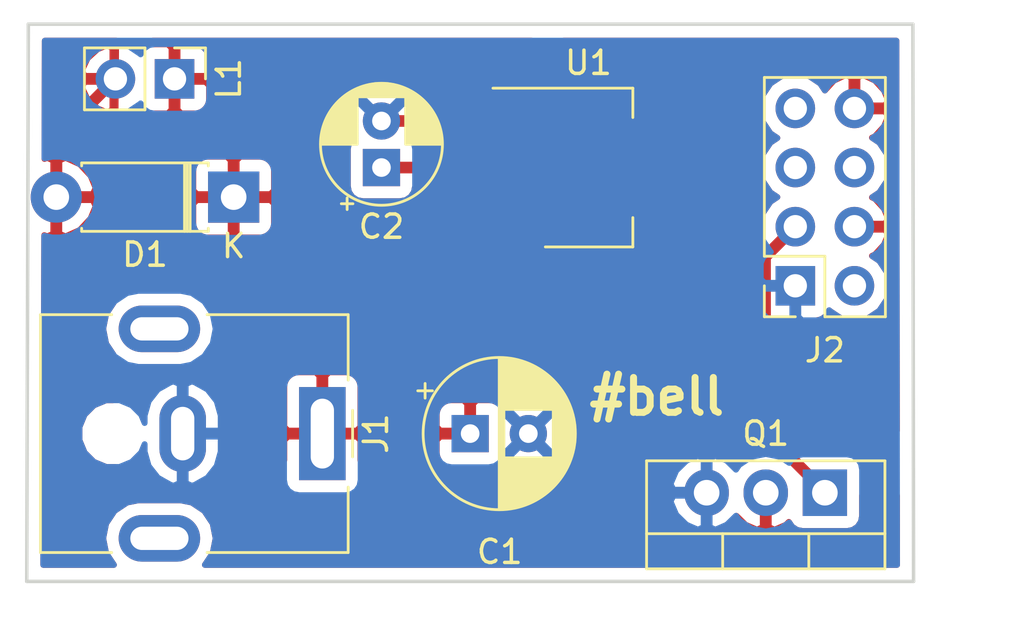
<source format=kicad_pcb>
(kicad_pcb (version 20171130) (host pcbnew 5.0.2-bee76a0~70~ubuntu18.04.1)

  (general
    (thickness 1.6)
    (drawings 5)
    (tracks 24)
    (zones 0)
    (modules 8)
    (nets 10)
  )

  (page A4)
  (layers
    (0 F.Cu signal)
    (31 B.Cu signal)
    (32 B.Adhes user)
    (33 F.Adhes user)
    (34 B.Paste user)
    (35 F.Paste user)
    (36 B.SilkS user)
    (37 F.SilkS user)
    (38 B.Mask user)
    (39 F.Mask user)
    (40 Dwgs.User user)
    (41 Cmts.User user)
    (42 Eco1.User user)
    (43 Eco2.User user)
    (44 Edge.Cuts user)
    (45 Margin user)
    (46 B.CrtYd user)
    (47 F.CrtYd user)
    (48 B.Fab user)
    (49 F.Fab user)
  )

  (setup
    (last_trace_width 0.5)
    (trace_clearance 0.2)
    (zone_clearance 0.508)
    (zone_45_only no)
    (trace_min 0.2)
    (segment_width 0.2)
    (edge_width 0.15)
    (via_size 0.8)
    (via_drill 0.4)
    (via_min_size 0.4)
    (via_min_drill 0.3)
    (uvia_size 0.3)
    (uvia_drill 0.1)
    (uvias_allowed no)
    (uvia_min_size 0.2)
    (uvia_min_drill 0.1)
    (pcb_text_width 0.3)
    (pcb_text_size 1.5 1.5)
    (mod_edge_width 0.15)
    (mod_text_size 1 1)
    (mod_text_width 0.15)
    (pad_size 1.524 1.524)
    (pad_drill 0.762)
    (pad_to_mask_clearance 0.051)
    (solder_mask_min_width 0.25)
    (aux_axis_origin 0 0)
    (visible_elements FFFFFF7F)
    (pcbplotparams
      (layerselection 0x010f0_ffffffff)
      (usegerberextensions true)
      (usegerberattributes false)
      (usegerberadvancedattributes false)
      (creategerberjobfile false)
      (excludeedgelayer true)
      (linewidth 0.100000)
      (plotframeref false)
      (viasonmask false)
      (mode 1)
      (useauxorigin false)
      (hpglpennumber 1)
      (hpglpenspeed 20)
      (hpglpendiameter 15.000000)
      (psnegative false)
      (psa4output false)
      (plotreference true)
      (plotvalue false)
      (plotinvisibletext false)
      (padsonsilk false)
      (subtractmaskfromsilk false)
      (outputformat 1)
      (mirror false)
      (drillshape 0)
      (scaleselection 1)
      (outputdirectory "gerbers/"))
  )

  (net 0 "")
  (net 1 "Net-(J2-Pad3)")
  (net 2 "Net-(J2-Pad2)")
  (net 3 "Net-(J2-Pad5)")
  (net 4 "Net-(J2-Pad6)")
  (net 5 "Net-(J2-Pad7)")
  (net 6 +3V3)
  (net 7 +12V)
  (net 8 "Net-(D1-Pad2)")
  (net 9 GND)

  (net_class Default "This is the default net class."
    (clearance 0.2)
    (trace_width 0.5)
    (via_dia 0.8)
    (via_drill 0.4)
    (uvia_dia 0.3)
    (uvia_drill 0.1)
    (add_net +12V)
    (add_net +3V3)
    (add_net GND)
    (add_net "Net-(D1-Pad2)")
    (add_net "Net-(J2-Pad2)")
    (add_net "Net-(J2-Pad3)")
    (add_net "Net-(J2-Pad5)")
    (add_net "Net-(J2-Pad6)")
    (add_net "Net-(J2-Pad7)")
  )

  (module Diode_THT:D_DO-41_SOD81_P7.62mm_Horizontal (layer F.Cu) (tedit 5AE50CD5) (tstamp 5C9D039C)
    (at 147.32 74.93 180)
    (descr "Diode, DO-41_SOD81 series, Axial, Horizontal, pin pitch=7.62mm, , length*diameter=5.2*2.7mm^2, , http://www.diodes.com/_files/packages/DO-41%20(Plastic).pdf")
    (tags "Diode DO-41_SOD81 series Axial Horizontal pin pitch 7.62mm  length 5.2mm diameter 2.7mm")
    (path /5C830709)
    (fp_text reference D1 (at 3.81 -2.47 180) (layer F.SilkS)
      (effects (font (size 1 1) (thickness 0.15)))
    )
    (fp_text value DIODE (at 3.81 2.47 180) (layer F.Fab)
      (effects (font (size 1 1) (thickness 0.15)))
    )
    (fp_text user K (at 0 -2.1 180) (layer F.SilkS)
      (effects (font (size 1 1) (thickness 0.15)))
    )
    (fp_text user K (at 0 -2.1 180) (layer F.Fab)
      (effects (font (size 1 1) (thickness 0.15)))
    )
    (fp_text user %R (at 4.2 0 180) (layer F.Fab)
      (effects (font (size 1 1) (thickness 0.15)))
    )
    (fp_line (start 8.97 -1.6) (end -1.35 -1.6) (layer F.CrtYd) (width 0.05))
    (fp_line (start 8.97 1.6) (end 8.97 -1.6) (layer F.CrtYd) (width 0.05))
    (fp_line (start -1.35 1.6) (end 8.97 1.6) (layer F.CrtYd) (width 0.05))
    (fp_line (start -1.35 -1.6) (end -1.35 1.6) (layer F.CrtYd) (width 0.05))
    (fp_line (start 1.87 -1.47) (end 1.87 1.47) (layer F.SilkS) (width 0.12))
    (fp_line (start 2.11 -1.47) (end 2.11 1.47) (layer F.SilkS) (width 0.12))
    (fp_line (start 1.99 -1.47) (end 1.99 1.47) (layer F.SilkS) (width 0.12))
    (fp_line (start 6.53 1.47) (end 6.53 1.34) (layer F.SilkS) (width 0.12))
    (fp_line (start 1.09 1.47) (end 6.53 1.47) (layer F.SilkS) (width 0.12))
    (fp_line (start 1.09 1.34) (end 1.09 1.47) (layer F.SilkS) (width 0.12))
    (fp_line (start 6.53 -1.47) (end 6.53 -1.34) (layer F.SilkS) (width 0.12))
    (fp_line (start 1.09 -1.47) (end 6.53 -1.47) (layer F.SilkS) (width 0.12))
    (fp_line (start 1.09 -1.34) (end 1.09 -1.47) (layer F.SilkS) (width 0.12))
    (fp_line (start 1.89 -1.35) (end 1.89 1.35) (layer F.Fab) (width 0.1))
    (fp_line (start 2.09 -1.35) (end 2.09 1.35) (layer F.Fab) (width 0.1))
    (fp_line (start 1.99 -1.35) (end 1.99 1.35) (layer F.Fab) (width 0.1))
    (fp_line (start 7.62 0) (end 6.41 0) (layer F.Fab) (width 0.1))
    (fp_line (start 0 0) (end 1.21 0) (layer F.Fab) (width 0.1))
    (fp_line (start 6.41 -1.35) (end 1.21 -1.35) (layer F.Fab) (width 0.1))
    (fp_line (start 6.41 1.35) (end 6.41 -1.35) (layer F.Fab) (width 0.1))
    (fp_line (start 1.21 1.35) (end 6.41 1.35) (layer F.Fab) (width 0.1))
    (fp_line (start 1.21 -1.35) (end 1.21 1.35) (layer F.Fab) (width 0.1))
    (pad 2 thru_hole oval (at 7.62 0 180) (size 2.2 2.2) (drill 1.1) (layers *.Cu *.Mask)
      (net 8 "Net-(D1-Pad2)"))
    (pad 1 thru_hole rect (at 0 0 180) (size 2.2 2.2) (drill 1.1) (layers *.Cu *.Mask)
      (net 7 +12V))
    (model ${KISYS3DMOD}/Diode_THT.3dshapes/D_DO-41_SOD81_P7.62mm_Horizontal.wrl
      (at (xyz 0 0 0))
      (scale (xyz 1 1 1))
      (rotate (xyz 0 0 0))
    )
  )

  (module Package_TO_SOT_SMD:SOT-223-3_TabPin2 (layer F.Cu) (tedit 5A02FF57) (tstamp 5C9C4EB9)
    (at 162.56 73.66)
    (descr "module CMS SOT223 4 pins")
    (tags "CMS SOT")
    (path /5C82EE63)
    (attr smd)
    (fp_text reference U1 (at 0 -4.5) (layer F.SilkS)
      (effects (font (size 1 1) (thickness 0.15)))
    )
    (fp_text value LD1117D33 (at 0 4.5) (layer F.Fab)
      (effects (font (size 1 1) (thickness 0.15)))
    )
    (fp_line (start 1.85 -3.35) (end 1.85 3.35) (layer F.Fab) (width 0.1))
    (fp_line (start -1.85 3.35) (end 1.85 3.35) (layer F.Fab) (width 0.1))
    (fp_line (start -4.1 -3.41) (end 1.91 -3.41) (layer F.SilkS) (width 0.12))
    (fp_line (start -0.85 -3.35) (end 1.85 -3.35) (layer F.Fab) (width 0.1))
    (fp_line (start -1.85 3.41) (end 1.91 3.41) (layer F.SilkS) (width 0.12))
    (fp_line (start -1.85 -2.35) (end -1.85 3.35) (layer F.Fab) (width 0.1))
    (fp_line (start -1.85 -2.35) (end -0.85 -3.35) (layer F.Fab) (width 0.1))
    (fp_line (start -4.4 -3.6) (end -4.4 3.6) (layer F.CrtYd) (width 0.05))
    (fp_line (start -4.4 3.6) (end 4.4 3.6) (layer F.CrtYd) (width 0.05))
    (fp_line (start 4.4 3.6) (end 4.4 -3.6) (layer F.CrtYd) (width 0.05))
    (fp_line (start 4.4 -3.6) (end -4.4 -3.6) (layer F.CrtYd) (width 0.05))
    (fp_line (start 1.91 -3.41) (end 1.91 -2.15) (layer F.SilkS) (width 0.12))
    (fp_line (start 1.91 3.41) (end 1.91 2.15) (layer F.SilkS) (width 0.12))
    (fp_text user %R (at 0 0 90) (layer F.Fab)
      (effects (font (size 0.8 0.8) (thickness 0.12)))
    )
    (pad 1 smd rect (at -3.15 -2.3) (size 2 1.5) (layers F.Cu F.Paste F.Mask)
      (net 9 GND))
    (pad 3 smd rect (at -3.15 2.3) (size 2 1.5) (layers F.Cu F.Paste F.Mask)
      (net 7 +12V))
    (pad 2 smd rect (at -3.15 0) (size 2 1.5) (layers F.Cu F.Paste F.Mask)
      (net 6 +3V3))
    (pad 2 smd rect (at 3.15 0) (size 2 3.8) (layers F.Cu F.Paste F.Mask)
      (net 6 +3V3))
    (model ${KISYS3DMOD}/Package_TO_SOT_SMD.3dshapes/SOT-223.wrl
      (at (xyz 0 0 0))
      (scale (xyz 1 1 1))
      (rotate (xyz 0 0 0))
    )
  )

  (module Connector_BarrelJack:BarrelJack_CUI_PJ-063AH_Horizontal (layer F.Cu) (tedit 5B0886BD) (tstamp 5C9C4F29)
    (at 151.13 85.09 270)
    (descr "Barrel Jack, 2.0mm ID, 5.5mm OD, 24V, 8A, no switch, https://www.cui.com/product/resource/pj-063ah.pdf")
    (tags "barrel jack cui dc power")
    (path /5C82E412)
    (fp_text reference J1 (at 0 -2.3 270) (layer F.SilkS)
      (effects (font (size 1 1) (thickness 0.15)))
    )
    (fp_text value Barrel_Jack (at 0 13 270) (layer F.Fab)
      (effects (font (size 1 1) (thickness 0.15)))
    )
    (fp_text user %R (at 0 5.5 270) (layer F.Fab)
      (effects (font (size 1 1) (thickness 0.15)))
    )
    (fp_line (start 6 -1.5) (end -6 -1.5) (layer F.CrtYd) (width 0.05))
    (fp_line (start 6 12.5) (end 6 -1.5) (layer F.CrtYd) (width 0.05))
    (fp_line (start -6 12.5) (end 6 12.5) (layer F.CrtYd) (width 0.05))
    (fp_line (start -6 -1.5) (end -6 12.5) (layer F.CrtYd) (width 0.05))
    (fp_line (start -1 -1.3) (end 1 -1.3) (layer F.SilkS) (width 0.12))
    (fp_line (start -5.11 12.11) (end -5.11 9.05) (layer F.SilkS) (width 0.12))
    (fp_line (start 5.11 12.11) (end -5.11 12.11) (layer F.SilkS) (width 0.12))
    (fp_line (start 5.11 9.05) (end 5.11 12.11) (layer F.SilkS) (width 0.12))
    (fp_line (start 5.11 -1.11) (end 5.11 4.95) (layer F.SilkS) (width 0.12))
    (fp_line (start 2.3 -1.11) (end 5.11 -1.11) (layer F.SilkS) (width 0.12))
    (fp_line (start -5.11 -1.11) (end -2.3 -1.11) (layer F.SilkS) (width 0.12))
    (fp_line (start -5.11 4.95) (end -5.11 -1.11) (layer F.SilkS) (width 0.12))
    (fp_line (start -5 12) (end -5 -1) (layer F.Fab) (width 0.1))
    (fp_line (start 5 12) (end -5 12) (layer F.Fab) (width 0.1))
    (fp_line (start 5 -1) (end 5 12) (layer F.Fab) (width 0.1))
    (fp_line (start 1 -1) (end 5 -1) (layer F.Fab) (width 0.1))
    (fp_line (start 0 0) (end 1 -1) (layer F.Fab) (width 0.1))
    (fp_line (start -1 -1) (end 0 0) (layer F.Fab) (width 0.1))
    (fp_line (start -5 -1) (end -1 -1) (layer F.Fab) (width 0.1))
    (pad "" np_thru_hole circle (at 0 9 270) (size 1.6 1.6) (drill 1.6) (layers *.Cu *.Mask))
    (pad MP thru_hole oval (at 4.5 7 270) (size 2 3.5) (drill oval 1 2.5) (layers *.Cu *.Mask))
    (pad MP thru_hole oval (at -4.5 7 270) (size 2 3.5) (drill oval 1 2.5) (layers *.Cu *.Mask))
    (pad 2 thru_hole oval (at 0 6 270) (size 3.3 2) (drill oval 2.3 1) (layers *.Cu *.Mask)
      (net 9 GND))
    (pad 1 thru_hole rect (at 0 0 270) (size 4 2) (drill oval 3 1) (layers *.Cu *.Mask)
      (net 7 +12V))
    (model ${KISYS3DMOD}/Connector_BarrelJack.3dshapes/BarrelJack_CUI_PJ-063AH_Horizontal.wrl
      (at (xyz 0 0 0))
      (scale (xyz 1 1 1))
      (rotate (xyz 0 0 0))
    )
  )

  (module Capacitor_THT:CP_Radial_D5.0mm_P2.00mm (layer F.Cu) (tedit 5AE50EF0) (tstamp 5C9C5040)
    (at 153.67 73.66 90)
    (descr "CP, Radial series, Radial, pin pitch=2.00mm, , diameter=5mm, Electrolytic Capacitor")
    (tags "CP Radial series Radial pin pitch 2.00mm  diameter 5mm Electrolytic Capacitor")
    (path /5C82E5BF)
    (fp_text reference C2 (at -2.54 0) (layer F.SilkS)
      (effects (font (size 1 1) (thickness 0.15)))
    )
    (fp_text value 10uf (at 5.08 0) (layer F.Fab)
      (effects (font (size 1 1) (thickness 0.15)))
    )
    (fp_text user %R (at 1 0 90) (layer F.Fab)
      (effects (font (size 1 1) (thickness 0.15)))
    )
    (fp_line (start -1.554775 -1.725) (end -1.554775 -1.225) (layer F.SilkS) (width 0.12))
    (fp_line (start -1.804775 -1.475) (end -1.304775 -1.475) (layer F.SilkS) (width 0.12))
    (fp_line (start 3.601 -0.284) (end 3.601 0.284) (layer F.SilkS) (width 0.12))
    (fp_line (start 3.561 -0.518) (end 3.561 0.518) (layer F.SilkS) (width 0.12))
    (fp_line (start 3.521 -0.677) (end 3.521 0.677) (layer F.SilkS) (width 0.12))
    (fp_line (start 3.481 -0.805) (end 3.481 0.805) (layer F.SilkS) (width 0.12))
    (fp_line (start 3.441 -0.915) (end 3.441 0.915) (layer F.SilkS) (width 0.12))
    (fp_line (start 3.401 -1.011) (end 3.401 1.011) (layer F.SilkS) (width 0.12))
    (fp_line (start 3.361 -1.098) (end 3.361 1.098) (layer F.SilkS) (width 0.12))
    (fp_line (start 3.321 -1.178) (end 3.321 1.178) (layer F.SilkS) (width 0.12))
    (fp_line (start 3.281 -1.251) (end 3.281 1.251) (layer F.SilkS) (width 0.12))
    (fp_line (start 3.241 -1.319) (end 3.241 1.319) (layer F.SilkS) (width 0.12))
    (fp_line (start 3.201 -1.383) (end 3.201 1.383) (layer F.SilkS) (width 0.12))
    (fp_line (start 3.161 -1.443) (end 3.161 1.443) (layer F.SilkS) (width 0.12))
    (fp_line (start 3.121 -1.5) (end 3.121 1.5) (layer F.SilkS) (width 0.12))
    (fp_line (start 3.081 -1.554) (end 3.081 1.554) (layer F.SilkS) (width 0.12))
    (fp_line (start 3.041 -1.605) (end 3.041 1.605) (layer F.SilkS) (width 0.12))
    (fp_line (start 3.001 1.04) (end 3.001 1.653) (layer F.SilkS) (width 0.12))
    (fp_line (start 3.001 -1.653) (end 3.001 -1.04) (layer F.SilkS) (width 0.12))
    (fp_line (start 2.961 1.04) (end 2.961 1.699) (layer F.SilkS) (width 0.12))
    (fp_line (start 2.961 -1.699) (end 2.961 -1.04) (layer F.SilkS) (width 0.12))
    (fp_line (start 2.921 1.04) (end 2.921 1.743) (layer F.SilkS) (width 0.12))
    (fp_line (start 2.921 -1.743) (end 2.921 -1.04) (layer F.SilkS) (width 0.12))
    (fp_line (start 2.881 1.04) (end 2.881 1.785) (layer F.SilkS) (width 0.12))
    (fp_line (start 2.881 -1.785) (end 2.881 -1.04) (layer F.SilkS) (width 0.12))
    (fp_line (start 2.841 1.04) (end 2.841 1.826) (layer F.SilkS) (width 0.12))
    (fp_line (start 2.841 -1.826) (end 2.841 -1.04) (layer F.SilkS) (width 0.12))
    (fp_line (start 2.801 1.04) (end 2.801 1.864) (layer F.SilkS) (width 0.12))
    (fp_line (start 2.801 -1.864) (end 2.801 -1.04) (layer F.SilkS) (width 0.12))
    (fp_line (start 2.761 1.04) (end 2.761 1.901) (layer F.SilkS) (width 0.12))
    (fp_line (start 2.761 -1.901) (end 2.761 -1.04) (layer F.SilkS) (width 0.12))
    (fp_line (start 2.721 1.04) (end 2.721 1.937) (layer F.SilkS) (width 0.12))
    (fp_line (start 2.721 -1.937) (end 2.721 -1.04) (layer F.SilkS) (width 0.12))
    (fp_line (start 2.681 1.04) (end 2.681 1.971) (layer F.SilkS) (width 0.12))
    (fp_line (start 2.681 -1.971) (end 2.681 -1.04) (layer F.SilkS) (width 0.12))
    (fp_line (start 2.641 1.04) (end 2.641 2.004) (layer F.SilkS) (width 0.12))
    (fp_line (start 2.641 -2.004) (end 2.641 -1.04) (layer F.SilkS) (width 0.12))
    (fp_line (start 2.601 1.04) (end 2.601 2.035) (layer F.SilkS) (width 0.12))
    (fp_line (start 2.601 -2.035) (end 2.601 -1.04) (layer F.SilkS) (width 0.12))
    (fp_line (start 2.561 1.04) (end 2.561 2.065) (layer F.SilkS) (width 0.12))
    (fp_line (start 2.561 -2.065) (end 2.561 -1.04) (layer F.SilkS) (width 0.12))
    (fp_line (start 2.521 1.04) (end 2.521 2.095) (layer F.SilkS) (width 0.12))
    (fp_line (start 2.521 -2.095) (end 2.521 -1.04) (layer F.SilkS) (width 0.12))
    (fp_line (start 2.481 1.04) (end 2.481 2.122) (layer F.SilkS) (width 0.12))
    (fp_line (start 2.481 -2.122) (end 2.481 -1.04) (layer F.SilkS) (width 0.12))
    (fp_line (start 2.441 1.04) (end 2.441 2.149) (layer F.SilkS) (width 0.12))
    (fp_line (start 2.441 -2.149) (end 2.441 -1.04) (layer F.SilkS) (width 0.12))
    (fp_line (start 2.401 1.04) (end 2.401 2.175) (layer F.SilkS) (width 0.12))
    (fp_line (start 2.401 -2.175) (end 2.401 -1.04) (layer F.SilkS) (width 0.12))
    (fp_line (start 2.361 1.04) (end 2.361 2.2) (layer F.SilkS) (width 0.12))
    (fp_line (start 2.361 -2.2) (end 2.361 -1.04) (layer F.SilkS) (width 0.12))
    (fp_line (start 2.321 1.04) (end 2.321 2.224) (layer F.SilkS) (width 0.12))
    (fp_line (start 2.321 -2.224) (end 2.321 -1.04) (layer F.SilkS) (width 0.12))
    (fp_line (start 2.281 1.04) (end 2.281 2.247) (layer F.SilkS) (width 0.12))
    (fp_line (start 2.281 -2.247) (end 2.281 -1.04) (layer F.SilkS) (width 0.12))
    (fp_line (start 2.241 1.04) (end 2.241 2.268) (layer F.SilkS) (width 0.12))
    (fp_line (start 2.241 -2.268) (end 2.241 -1.04) (layer F.SilkS) (width 0.12))
    (fp_line (start 2.201 1.04) (end 2.201 2.29) (layer F.SilkS) (width 0.12))
    (fp_line (start 2.201 -2.29) (end 2.201 -1.04) (layer F.SilkS) (width 0.12))
    (fp_line (start 2.161 1.04) (end 2.161 2.31) (layer F.SilkS) (width 0.12))
    (fp_line (start 2.161 -2.31) (end 2.161 -1.04) (layer F.SilkS) (width 0.12))
    (fp_line (start 2.121 1.04) (end 2.121 2.329) (layer F.SilkS) (width 0.12))
    (fp_line (start 2.121 -2.329) (end 2.121 -1.04) (layer F.SilkS) (width 0.12))
    (fp_line (start 2.081 1.04) (end 2.081 2.348) (layer F.SilkS) (width 0.12))
    (fp_line (start 2.081 -2.348) (end 2.081 -1.04) (layer F.SilkS) (width 0.12))
    (fp_line (start 2.041 1.04) (end 2.041 2.365) (layer F.SilkS) (width 0.12))
    (fp_line (start 2.041 -2.365) (end 2.041 -1.04) (layer F.SilkS) (width 0.12))
    (fp_line (start 2.001 1.04) (end 2.001 2.382) (layer F.SilkS) (width 0.12))
    (fp_line (start 2.001 -2.382) (end 2.001 -1.04) (layer F.SilkS) (width 0.12))
    (fp_line (start 1.961 1.04) (end 1.961 2.398) (layer F.SilkS) (width 0.12))
    (fp_line (start 1.961 -2.398) (end 1.961 -1.04) (layer F.SilkS) (width 0.12))
    (fp_line (start 1.921 1.04) (end 1.921 2.414) (layer F.SilkS) (width 0.12))
    (fp_line (start 1.921 -2.414) (end 1.921 -1.04) (layer F.SilkS) (width 0.12))
    (fp_line (start 1.881 1.04) (end 1.881 2.428) (layer F.SilkS) (width 0.12))
    (fp_line (start 1.881 -2.428) (end 1.881 -1.04) (layer F.SilkS) (width 0.12))
    (fp_line (start 1.841 1.04) (end 1.841 2.442) (layer F.SilkS) (width 0.12))
    (fp_line (start 1.841 -2.442) (end 1.841 -1.04) (layer F.SilkS) (width 0.12))
    (fp_line (start 1.801 1.04) (end 1.801 2.455) (layer F.SilkS) (width 0.12))
    (fp_line (start 1.801 -2.455) (end 1.801 -1.04) (layer F.SilkS) (width 0.12))
    (fp_line (start 1.761 1.04) (end 1.761 2.468) (layer F.SilkS) (width 0.12))
    (fp_line (start 1.761 -2.468) (end 1.761 -1.04) (layer F.SilkS) (width 0.12))
    (fp_line (start 1.721 1.04) (end 1.721 2.48) (layer F.SilkS) (width 0.12))
    (fp_line (start 1.721 -2.48) (end 1.721 -1.04) (layer F.SilkS) (width 0.12))
    (fp_line (start 1.68 1.04) (end 1.68 2.491) (layer F.SilkS) (width 0.12))
    (fp_line (start 1.68 -2.491) (end 1.68 -1.04) (layer F.SilkS) (width 0.12))
    (fp_line (start 1.64 1.04) (end 1.64 2.501) (layer F.SilkS) (width 0.12))
    (fp_line (start 1.64 -2.501) (end 1.64 -1.04) (layer F.SilkS) (width 0.12))
    (fp_line (start 1.6 1.04) (end 1.6 2.511) (layer F.SilkS) (width 0.12))
    (fp_line (start 1.6 -2.511) (end 1.6 -1.04) (layer F.SilkS) (width 0.12))
    (fp_line (start 1.56 1.04) (end 1.56 2.52) (layer F.SilkS) (width 0.12))
    (fp_line (start 1.56 -2.52) (end 1.56 -1.04) (layer F.SilkS) (width 0.12))
    (fp_line (start 1.52 1.04) (end 1.52 2.528) (layer F.SilkS) (width 0.12))
    (fp_line (start 1.52 -2.528) (end 1.52 -1.04) (layer F.SilkS) (width 0.12))
    (fp_line (start 1.48 1.04) (end 1.48 2.536) (layer F.SilkS) (width 0.12))
    (fp_line (start 1.48 -2.536) (end 1.48 -1.04) (layer F.SilkS) (width 0.12))
    (fp_line (start 1.44 1.04) (end 1.44 2.543) (layer F.SilkS) (width 0.12))
    (fp_line (start 1.44 -2.543) (end 1.44 -1.04) (layer F.SilkS) (width 0.12))
    (fp_line (start 1.4 1.04) (end 1.4 2.55) (layer F.SilkS) (width 0.12))
    (fp_line (start 1.4 -2.55) (end 1.4 -1.04) (layer F.SilkS) (width 0.12))
    (fp_line (start 1.36 1.04) (end 1.36 2.556) (layer F.SilkS) (width 0.12))
    (fp_line (start 1.36 -2.556) (end 1.36 -1.04) (layer F.SilkS) (width 0.12))
    (fp_line (start 1.32 1.04) (end 1.32 2.561) (layer F.SilkS) (width 0.12))
    (fp_line (start 1.32 -2.561) (end 1.32 -1.04) (layer F.SilkS) (width 0.12))
    (fp_line (start 1.28 1.04) (end 1.28 2.565) (layer F.SilkS) (width 0.12))
    (fp_line (start 1.28 -2.565) (end 1.28 -1.04) (layer F.SilkS) (width 0.12))
    (fp_line (start 1.24 1.04) (end 1.24 2.569) (layer F.SilkS) (width 0.12))
    (fp_line (start 1.24 -2.569) (end 1.24 -1.04) (layer F.SilkS) (width 0.12))
    (fp_line (start 1.2 1.04) (end 1.2 2.573) (layer F.SilkS) (width 0.12))
    (fp_line (start 1.2 -2.573) (end 1.2 -1.04) (layer F.SilkS) (width 0.12))
    (fp_line (start 1.16 1.04) (end 1.16 2.576) (layer F.SilkS) (width 0.12))
    (fp_line (start 1.16 -2.576) (end 1.16 -1.04) (layer F.SilkS) (width 0.12))
    (fp_line (start 1.12 1.04) (end 1.12 2.578) (layer F.SilkS) (width 0.12))
    (fp_line (start 1.12 -2.578) (end 1.12 -1.04) (layer F.SilkS) (width 0.12))
    (fp_line (start 1.08 1.04) (end 1.08 2.579) (layer F.SilkS) (width 0.12))
    (fp_line (start 1.08 -2.579) (end 1.08 -1.04) (layer F.SilkS) (width 0.12))
    (fp_line (start 1.04 -2.58) (end 1.04 -1.04) (layer F.SilkS) (width 0.12))
    (fp_line (start 1.04 1.04) (end 1.04 2.58) (layer F.SilkS) (width 0.12))
    (fp_line (start 1 -2.58) (end 1 -1.04) (layer F.SilkS) (width 0.12))
    (fp_line (start 1 1.04) (end 1 2.58) (layer F.SilkS) (width 0.12))
    (fp_line (start -0.883605 -1.3375) (end -0.883605 -0.8375) (layer F.Fab) (width 0.1))
    (fp_line (start -1.133605 -1.0875) (end -0.633605 -1.0875) (layer F.Fab) (width 0.1))
    (fp_circle (center 1 0) (end 3.75 0) (layer F.CrtYd) (width 0.05))
    (fp_circle (center 1 0) (end 3.62 0) (layer F.SilkS) (width 0.12))
    (fp_circle (center 1 0) (end 3.5 0) (layer F.Fab) (width 0.1))
    (pad 2 thru_hole circle (at 2 0 90) (size 1.6 1.6) (drill 0.8) (layers *.Cu *.Mask)
      (net 9 GND))
    (pad 1 thru_hole rect (at 0 0 90) (size 1.6 1.6) (drill 0.8) (layers *.Cu *.Mask)
      (net 6 +3V3))
    (model ${KISYS3DMOD}/Capacitor_THT.3dshapes/CP_Radial_D5.0mm_P2.00mm.wrl
      (at (xyz 0 0 0))
      (scale (xyz 1 1 1))
      (rotate (xyz 0 0 0))
    )
  )

  (module Capacitor_THT:CP_Radial_D6.3mm_P2.50mm (layer F.Cu) (tedit 5AE50EF0) (tstamp 5C9C4FBD)
    (at 157.48 85.09)
    (descr "CP, Radial series, Radial, pin pitch=2.50mm, , diameter=6.3mm, Electrolytic Capacitor")
    (tags "CP Radial series Radial pin pitch 2.50mm  diameter 6.3mm Electrolytic Capacitor")
    (path /5C82E569)
    (fp_text reference C1 (at 1.27 5.08) (layer F.SilkS)
      (effects (font (size 1 1) (thickness 0.15)))
    )
    (fp_text value 100uF (at 1.27 6.35) (layer F.Fab)
      (effects (font (size 1 1) (thickness 0.15)))
    )
    (fp_text user %R (at 1.25 0) (layer F.Fab)
      (effects (font (size 1 1) (thickness 0.15)))
    )
    (fp_line (start -1.935241 -2.154) (end -1.935241 -1.524) (layer F.SilkS) (width 0.12))
    (fp_line (start -2.250241 -1.839) (end -1.620241 -1.839) (layer F.SilkS) (width 0.12))
    (fp_line (start 4.491 -0.402) (end 4.491 0.402) (layer F.SilkS) (width 0.12))
    (fp_line (start 4.451 -0.633) (end 4.451 0.633) (layer F.SilkS) (width 0.12))
    (fp_line (start 4.411 -0.802) (end 4.411 0.802) (layer F.SilkS) (width 0.12))
    (fp_line (start 4.371 -0.94) (end 4.371 0.94) (layer F.SilkS) (width 0.12))
    (fp_line (start 4.331 -1.059) (end 4.331 1.059) (layer F.SilkS) (width 0.12))
    (fp_line (start 4.291 -1.165) (end 4.291 1.165) (layer F.SilkS) (width 0.12))
    (fp_line (start 4.251 -1.262) (end 4.251 1.262) (layer F.SilkS) (width 0.12))
    (fp_line (start 4.211 -1.35) (end 4.211 1.35) (layer F.SilkS) (width 0.12))
    (fp_line (start 4.171 -1.432) (end 4.171 1.432) (layer F.SilkS) (width 0.12))
    (fp_line (start 4.131 -1.509) (end 4.131 1.509) (layer F.SilkS) (width 0.12))
    (fp_line (start 4.091 -1.581) (end 4.091 1.581) (layer F.SilkS) (width 0.12))
    (fp_line (start 4.051 -1.65) (end 4.051 1.65) (layer F.SilkS) (width 0.12))
    (fp_line (start 4.011 -1.714) (end 4.011 1.714) (layer F.SilkS) (width 0.12))
    (fp_line (start 3.971 -1.776) (end 3.971 1.776) (layer F.SilkS) (width 0.12))
    (fp_line (start 3.931 -1.834) (end 3.931 1.834) (layer F.SilkS) (width 0.12))
    (fp_line (start 3.891 -1.89) (end 3.891 1.89) (layer F.SilkS) (width 0.12))
    (fp_line (start 3.851 -1.944) (end 3.851 1.944) (layer F.SilkS) (width 0.12))
    (fp_line (start 3.811 -1.995) (end 3.811 1.995) (layer F.SilkS) (width 0.12))
    (fp_line (start 3.771 -2.044) (end 3.771 2.044) (layer F.SilkS) (width 0.12))
    (fp_line (start 3.731 -2.092) (end 3.731 2.092) (layer F.SilkS) (width 0.12))
    (fp_line (start 3.691 -2.137) (end 3.691 2.137) (layer F.SilkS) (width 0.12))
    (fp_line (start 3.651 -2.182) (end 3.651 2.182) (layer F.SilkS) (width 0.12))
    (fp_line (start 3.611 -2.224) (end 3.611 2.224) (layer F.SilkS) (width 0.12))
    (fp_line (start 3.571 -2.265) (end 3.571 2.265) (layer F.SilkS) (width 0.12))
    (fp_line (start 3.531 1.04) (end 3.531 2.305) (layer F.SilkS) (width 0.12))
    (fp_line (start 3.531 -2.305) (end 3.531 -1.04) (layer F.SilkS) (width 0.12))
    (fp_line (start 3.491 1.04) (end 3.491 2.343) (layer F.SilkS) (width 0.12))
    (fp_line (start 3.491 -2.343) (end 3.491 -1.04) (layer F.SilkS) (width 0.12))
    (fp_line (start 3.451 1.04) (end 3.451 2.38) (layer F.SilkS) (width 0.12))
    (fp_line (start 3.451 -2.38) (end 3.451 -1.04) (layer F.SilkS) (width 0.12))
    (fp_line (start 3.411 1.04) (end 3.411 2.416) (layer F.SilkS) (width 0.12))
    (fp_line (start 3.411 -2.416) (end 3.411 -1.04) (layer F.SilkS) (width 0.12))
    (fp_line (start 3.371 1.04) (end 3.371 2.45) (layer F.SilkS) (width 0.12))
    (fp_line (start 3.371 -2.45) (end 3.371 -1.04) (layer F.SilkS) (width 0.12))
    (fp_line (start 3.331 1.04) (end 3.331 2.484) (layer F.SilkS) (width 0.12))
    (fp_line (start 3.331 -2.484) (end 3.331 -1.04) (layer F.SilkS) (width 0.12))
    (fp_line (start 3.291 1.04) (end 3.291 2.516) (layer F.SilkS) (width 0.12))
    (fp_line (start 3.291 -2.516) (end 3.291 -1.04) (layer F.SilkS) (width 0.12))
    (fp_line (start 3.251 1.04) (end 3.251 2.548) (layer F.SilkS) (width 0.12))
    (fp_line (start 3.251 -2.548) (end 3.251 -1.04) (layer F.SilkS) (width 0.12))
    (fp_line (start 3.211 1.04) (end 3.211 2.578) (layer F.SilkS) (width 0.12))
    (fp_line (start 3.211 -2.578) (end 3.211 -1.04) (layer F.SilkS) (width 0.12))
    (fp_line (start 3.171 1.04) (end 3.171 2.607) (layer F.SilkS) (width 0.12))
    (fp_line (start 3.171 -2.607) (end 3.171 -1.04) (layer F.SilkS) (width 0.12))
    (fp_line (start 3.131 1.04) (end 3.131 2.636) (layer F.SilkS) (width 0.12))
    (fp_line (start 3.131 -2.636) (end 3.131 -1.04) (layer F.SilkS) (width 0.12))
    (fp_line (start 3.091 1.04) (end 3.091 2.664) (layer F.SilkS) (width 0.12))
    (fp_line (start 3.091 -2.664) (end 3.091 -1.04) (layer F.SilkS) (width 0.12))
    (fp_line (start 3.051 1.04) (end 3.051 2.69) (layer F.SilkS) (width 0.12))
    (fp_line (start 3.051 -2.69) (end 3.051 -1.04) (layer F.SilkS) (width 0.12))
    (fp_line (start 3.011 1.04) (end 3.011 2.716) (layer F.SilkS) (width 0.12))
    (fp_line (start 3.011 -2.716) (end 3.011 -1.04) (layer F.SilkS) (width 0.12))
    (fp_line (start 2.971 1.04) (end 2.971 2.742) (layer F.SilkS) (width 0.12))
    (fp_line (start 2.971 -2.742) (end 2.971 -1.04) (layer F.SilkS) (width 0.12))
    (fp_line (start 2.931 1.04) (end 2.931 2.766) (layer F.SilkS) (width 0.12))
    (fp_line (start 2.931 -2.766) (end 2.931 -1.04) (layer F.SilkS) (width 0.12))
    (fp_line (start 2.891 1.04) (end 2.891 2.79) (layer F.SilkS) (width 0.12))
    (fp_line (start 2.891 -2.79) (end 2.891 -1.04) (layer F.SilkS) (width 0.12))
    (fp_line (start 2.851 1.04) (end 2.851 2.812) (layer F.SilkS) (width 0.12))
    (fp_line (start 2.851 -2.812) (end 2.851 -1.04) (layer F.SilkS) (width 0.12))
    (fp_line (start 2.811 1.04) (end 2.811 2.834) (layer F.SilkS) (width 0.12))
    (fp_line (start 2.811 -2.834) (end 2.811 -1.04) (layer F.SilkS) (width 0.12))
    (fp_line (start 2.771 1.04) (end 2.771 2.856) (layer F.SilkS) (width 0.12))
    (fp_line (start 2.771 -2.856) (end 2.771 -1.04) (layer F.SilkS) (width 0.12))
    (fp_line (start 2.731 1.04) (end 2.731 2.876) (layer F.SilkS) (width 0.12))
    (fp_line (start 2.731 -2.876) (end 2.731 -1.04) (layer F.SilkS) (width 0.12))
    (fp_line (start 2.691 1.04) (end 2.691 2.896) (layer F.SilkS) (width 0.12))
    (fp_line (start 2.691 -2.896) (end 2.691 -1.04) (layer F.SilkS) (width 0.12))
    (fp_line (start 2.651 1.04) (end 2.651 2.916) (layer F.SilkS) (width 0.12))
    (fp_line (start 2.651 -2.916) (end 2.651 -1.04) (layer F.SilkS) (width 0.12))
    (fp_line (start 2.611 1.04) (end 2.611 2.934) (layer F.SilkS) (width 0.12))
    (fp_line (start 2.611 -2.934) (end 2.611 -1.04) (layer F.SilkS) (width 0.12))
    (fp_line (start 2.571 1.04) (end 2.571 2.952) (layer F.SilkS) (width 0.12))
    (fp_line (start 2.571 -2.952) (end 2.571 -1.04) (layer F.SilkS) (width 0.12))
    (fp_line (start 2.531 1.04) (end 2.531 2.97) (layer F.SilkS) (width 0.12))
    (fp_line (start 2.531 -2.97) (end 2.531 -1.04) (layer F.SilkS) (width 0.12))
    (fp_line (start 2.491 1.04) (end 2.491 2.986) (layer F.SilkS) (width 0.12))
    (fp_line (start 2.491 -2.986) (end 2.491 -1.04) (layer F.SilkS) (width 0.12))
    (fp_line (start 2.451 1.04) (end 2.451 3.002) (layer F.SilkS) (width 0.12))
    (fp_line (start 2.451 -3.002) (end 2.451 -1.04) (layer F.SilkS) (width 0.12))
    (fp_line (start 2.411 1.04) (end 2.411 3.018) (layer F.SilkS) (width 0.12))
    (fp_line (start 2.411 -3.018) (end 2.411 -1.04) (layer F.SilkS) (width 0.12))
    (fp_line (start 2.371 1.04) (end 2.371 3.033) (layer F.SilkS) (width 0.12))
    (fp_line (start 2.371 -3.033) (end 2.371 -1.04) (layer F.SilkS) (width 0.12))
    (fp_line (start 2.331 1.04) (end 2.331 3.047) (layer F.SilkS) (width 0.12))
    (fp_line (start 2.331 -3.047) (end 2.331 -1.04) (layer F.SilkS) (width 0.12))
    (fp_line (start 2.291 1.04) (end 2.291 3.061) (layer F.SilkS) (width 0.12))
    (fp_line (start 2.291 -3.061) (end 2.291 -1.04) (layer F.SilkS) (width 0.12))
    (fp_line (start 2.251 1.04) (end 2.251 3.074) (layer F.SilkS) (width 0.12))
    (fp_line (start 2.251 -3.074) (end 2.251 -1.04) (layer F.SilkS) (width 0.12))
    (fp_line (start 2.211 1.04) (end 2.211 3.086) (layer F.SilkS) (width 0.12))
    (fp_line (start 2.211 -3.086) (end 2.211 -1.04) (layer F.SilkS) (width 0.12))
    (fp_line (start 2.171 1.04) (end 2.171 3.098) (layer F.SilkS) (width 0.12))
    (fp_line (start 2.171 -3.098) (end 2.171 -1.04) (layer F.SilkS) (width 0.12))
    (fp_line (start 2.131 1.04) (end 2.131 3.11) (layer F.SilkS) (width 0.12))
    (fp_line (start 2.131 -3.11) (end 2.131 -1.04) (layer F.SilkS) (width 0.12))
    (fp_line (start 2.091 1.04) (end 2.091 3.121) (layer F.SilkS) (width 0.12))
    (fp_line (start 2.091 -3.121) (end 2.091 -1.04) (layer F.SilkS) (width 0.12))
    (fp_line (start 2.051 1.04) (end 2.051 3.131) (layer F.SilkS) (width 0.12))
    (fp_line (start 2.051 -3.131) (end 2.051 -1.04) (layer F.SilkS) (width 0.12))
    (fp_line (start 2.011 1.04) (end 2.011 3.141) (layer F.SilkS) (width 0.12))
    (fp_line (start 2.011 -3.141) (end 2.011 -1.04) (layer F.SilkS) (width 0.12))
    (fp_line (start 1.971 1.04) (end 1.971 3.15) (layer F.SilkS) (width 0.12))
    (fp_line (start 1.971 -3.15) (end 1.971 -1.04) (layer F.SilkS) (width 0.12))
    (fp_line (start 1.93 1.04) (end 1.93 3.159) (layer F.SilkS) (width 0.12))
    (fp_line (start 1.93 -3.159) (end 1.93 -1.04) (layer F.SilkS) (width 0.12))
    (fp_line (start 1.89 1.04) (end 1.89 3.167) (layer F.SilkS) (width 0.12))
    (fp_line (start 1.89 -3.167) (end 1.89 -1.04) (layer F.SilkS) (width 0.12))
    (fp_line (start 1.85 1.04) (end 1.85 3.175) (layer F.SilkS) (width 0.12))
    (fp_line (start 1.85 -3.175) (end 1.85 -1.04) (layer F.SilkS) (width 0.12))
    (fp_line (start 1.81 1.04) (end 1.81 3.182) (layer F.SilkS) (width 0.12))
    (fp_line (start 1.81 -3.182) (end 1.81 -1.04) (layer F.SilkS) (width 0.12))
    (fp_line (start 1.77 1.04) (end 1.77 3.189) (layer F.SilkS) (width 0.12))
    (fp_line (start 1.77 -3.189) (end 1.77 -1.04) (layer F.SilkS) (width 0.12))
    (fp_line (start 1.73 1.04) (end 1.73 3.195) (layer F.SilkS) (width 0.12))
    (fp_line (start 1.73 -3.195) (end 1.73 -1.04) (layer F.SilkS) (width 0.12))
    (fp_line (start 1.69 1.04) (end 1.69 3.201) (layer F.SilkS) (width 0.12))
    (fp_line (start 1.69 -3.201) (end 1.69 -1.04) (layer F.SilkS) (width 0.12))
    (fp_line (start 1.65 1.04) (end 1.65 3.206) (layer F.SilkS) (width 0.12))
    (fp_line (start 1.65 -3.206) (end 1.65 -1.04) (layer F.SilkS) (width 0.12))
    (fp_line (start 1.61 1.04) (end 1.61 3.211) (layer F.SilkS) (width 0.12))
    (fp_line (start 1.61 -3.211) (end 1.61 -1.04) (layer F.SilkS) (width 0.12))
    (fp_line (start 1.57 1.04) (end 1.57 3.215) (layer F.SilkS) (width 0.12))
    (fp_line (start 1.57 -3.215) (end 1.57 -1.04) (layer F.SilkS) (width 0.12))
    (fp_line (start 1.53 1.04) (end 1.53 3.218) (layer F.SilkS) (width 0.12))
    (fp_line (start 1.53 -3.218) (end 1.53 -1.04) (layer F.SilkS) (width 0.12))
    (fp_line (start 1.49 1.04) (end 1.49 3.222) (layer F.SilkS) (width 0.12))
    (fp_line (start 1.49 -3.222) (end 1.49 -1.04) (layer F.SilkS) (width 0.12))
    (fp_line (start 1.45 -3.224) (end 1.45 3.224) (layer F.SilkS) (width 0.12))
    (fp_line (start 1.41 -3.227) (end 1.41 3.227) (layer F.SilkS) (width 0.12))
    (fp_line (start 1.37 -3.228) (end 1.37 3.228) (layer F.SilkS) (width 0.12))
    (fp_line (start 1.33 -3.23) (end 1.33 3.23) (layer F.SilkS) (width 0.12))
    (fp_line (start 1.29 -3.23) (end 1.29 3.23) (layer F.SilkS) (width 0.12))
    (fp_line (start 1.25 -3.23) (end 1.25 3.23) (layer F.SilkS) (width 0.12))
    (fp_line (start -1.128972 -1.6885) (end -1.128972 -1.0585) (layer F.Fab) (width 0.1))
    (fp_line (start -1.443972 -1.3735) (end -0.813972 -1.3735) (layer F.Fab) (width 0.1))
    (fp_circle (center 1.25 0) (end 4.65 0) (layer F.CrtYd) (width 0.05))
    (fp_circle (center 1.25 0) (end 4.52 0) (layer F.SilkS) (width 0.12))
    (fp_circle (center 1.25 0) (end 4.4 0) (layer F.Fab) (width 0.1))
    (pad 2 thru_hole circle (at 2.5 0) (size 1.6 1.6) (drill 0.8) (layers *.Cu *.Mask)
      (net 9 GND))
    (pad 1 thru_hole rect (at 0 0) (size 1.6 1.6) (drill 0.8) (layers *.Cu *.Mask)
      (net 7 +12V))
    (model ${KISYS3DMOD}/Capacitor_THT.3dshapes/CP_Radial_D6.3mm_P2.50mm.wrl
      (at (xyz 0 0 0))
      (scale (xyz 1 1 1))
      (rotate (xyz 0 0 0))
    )
  )

  (module Connector_PinHeader_2.54mm:PinHeader_1x02_P2.54mm_Vertical (layer F.Cu) (tedit 59FED5CC) (tstamp 5C87E59D)
    (at 144.78 69.85 270)
    (descr "Through hole straight pin header, 1x02, 2.54mm pitch, single row")
    (tags "Through hole pin header THT 1x02 2.54mm single row")
    (path /5C830224)
    (fp_text reference L1 (at 0 -2.33 270) (layer F.SilkS)
      (effects (font (size 1 1) (thickness 0.15)))
    )
    (fp_text value Solenoid (at -2.54 1.27 180) (layer F.Fab)
      (effects (font (size 1 1) (thickness 0.15)))
    )
    (fp_text user %R (at 0 1.27) (layer F.Fab)
      (effects (font (size 1 1) (thickness 0.15)))
    )
    (fp_line (start 1.8 -1.8) (end -1.8 -1.8) (layer F.CrtYd) (width 0.05))
    (fp_line (start 1.8 4.35) (end 1.8 -1.8) (layer F.CrtYd) (width 0.05))
    (fp_line (start -1.8 4.35) (end 1.8 4.35) (layer F.CrtYd) (width 0.05))
    (fp_line (start -1.8 -1.8) (end -1.8 4.35) (layer F.CrtYd) (width 0.05))
    (fp_line (start -1.33 -1.33) (end 0 -1.33) (layer F.SilkS) (width 0.12))
    (fp_line (start -1.33 0) (end -1.33 -1.33) (layer F.SilkS) (width 0.12))
    (fp_line (start -1.33 1.27) (end 1.33 1.27) (layer F.SilkS) (width 0.12))
    (fp_line (start 1.33 1.27) (end 1.33 3.87) (layer F.SilkS) (width 0.12))
    (fp_line (start -1.33 1.27) (end -1.33 3.87) (layer F.SilkS) (width 0.12))
    (fp_line (start -1.33 3.87) (end 1.33 3.87) (layer F.SilkS) (width 0.12))
    (fp_line (start -1.27 -0.635) (end -0.635 -1.27) (layer F.Fab) (width 0.1))
    (fp_line (start -1.27 3.81) (end -1.27 -0.635) (layer F.Fab) (width 0.1))
    (fp_line (start 1.27 3.81) (end -1.27 3.81) (layer F.Fab) (width 0.1))
    (fp_line (start 1.27 -1.27) (end 1.27 3.81) (layer F.Fab) (width 0.1))
    (fp_line (start -0.635 -1.27) (end 1.27 -1.27) (layer F.Fab) (width 0.1))
    (pad 2 thru_hole oval (at 0 2.54 270) (size 1.7 1.7) (drill 1) (layers *.Cu *.Mask)
      (net 8 "Net-(D1-Pad2)"))
    (pad 1 thru_hole rect (at 0 0 270) (size 1.7 1.7) (drill 1) (layers *.Cu *.Mask)
      (net 7 +12V))
    (model ${KISYS3DMOD}/Connector_PinHeader_2.54mm.3dshapes/PinHeader_1x02_P2.54mm_Vertical.wrl
      (at (xyz 0 0 0))
      (scale (xyz 1 1 1))
      (rotate (xyz 0 0 0))
    )
  )

  (module Connector_PinSocket_2.54mm:PinSocket_2x04_P2.54mm_Vertical (layer F.Cu) (tedit 5A19A422) (tstamp 5C9C4EF6)
    (at 171.45 78.74 180)
    (descr "Through hole straight socket strip, 2x04, 2.54mm pitch, double cols (from Kicad 4.0.7), script generated")
    (tags "Through hole socket strip THT 2x04 2.54mm double row")
    (path /5C82F30E)
    (fp_text reference J2 (at -1.27 -2.77 180) (layer F.SilkS)
      (effects (font (size 1 1) (thickness 0.15)))
    )
    (fp_text value Conn_02x04_Odd_Even (at -1.27 10.39 180) (layer F.Fab)
      (effects (font (size 1 1) (thickness 0.15)))
    )
    (fp_text user %R (at -1.27 3.81 270) (layer F.Fab)
      (effects (font (size 1 1) (thickness 0.15)))
    )
    (fp_line (start -4.34 9.4) (end -4.34 -1.8) (layer F.CrtYd) (width 0.05))
    (fp_line (start 1.76 9.4) (end -4.34 9.4) (layer F.CrtYd) (width 0.05))
    (fp_line (start 1.76 -1.8) (end 1.76 9.4) (layer F.CrtYd) (width 0.05))
    (fp_line (start -4.34 -1.8) (end 1.76 -1.8) (layer F.CrtYd) (width 0.05))
    (fp_line (start 0 -1.33) (end 1.33 -1.33) (layer F.SilkS) (width 0.12))
    (fp_line (start 1.33 -1.33) (end 1.33 0) (layer F.SilkS) (width 0.12))
    (fp_line (start -1.27 -1.33) (end -1.27 1.27) (layer F.SilkS) (width 0.12))
    (fp_line (start -1.27 1.27) (end 1.33 1.27) (layer F.SilkS) (width 0.12))
    (fp_line (start 1.33 1.27) (end 1.33 8.95) (layer F.SilkS) (width 0.12))
    (fp_line (start -3.87 8.95) (end 1.33 8.95) (layer F.SilkS) (width 0.12))
    (fp_line (start -3.87 -1.33) (end -3.87 8.95) (layer F.SilkS) (width 0.12))
    (fp_line (start -3.87 -1.33) (end -1.27 -1.33) (layer F.SilkS) (width 0.12))
    (fp_line (start -3.81 8.89) (end -3.81 -1.27) (layer F.Fab) (width 0.1))
    (fp_line (start 1.27 8.89) (end -3.81 8.89) (layer F.Fab) (width 0.1))
    (fp_line (start 1.27 -0.27) (end 1.27 8.89) (layer F.Fab) (width 0.1))
    (fp_line (start 0.27 -1.27) (end 1.27 -0.27) (layer F.Fab) (width 0.1))
    (fp_line (start -3.81 -1.27) (end 0.27 -1.27) (layer F.Fab) (width 0.1))
    (pad 8 thru_hole oval (at -2.54 7.62 180) (size 1.7 1.7) (drill 1) (layers *.Cu *.Mask)
      (net 6 +3V3))
    (pad 7 thru_hole oval (at 0 7.62 180) (size 1.7 1.7) (drill 1) (layers *.Cu *.Mask)
      (net 5 "Net-(J2-Pad7)"))
    (pad 6 thru_hole oval (at -2.54 5.08 180) (size 1.7 1.7) (drill 1) (layers *.Cu *.Mask)
      (net 4 "Net-(J2-Pad6)"))
    (pad 5 thru_hole oval (at 0 5.08 180) (size 1.7 1.7) (drill 1) (layers *.Cu *.Mask)
      (net 3 "Net-(J2-Pad5)"))
    (pad 4 thru_hole oval (at -2.54 2.54 180) (size 1.7 1.7) (drill 1) (layers *.Cu *.Mask)
      (net 6 +3V3))
    (pad 3 thru_hole oval (at 0 2.54 180) (size 1.7 1.7) (drill 1) (layers *.Cu *.Mask)
      (net 1 "Net-(J2-Pad3)"))
    (pad 2 thru_hole oval (at -2.54 0 180) (size 1.7 1.7) (drill 1) (layers *.Cu *.Mask)
      (net 2 "Net-(J2-Pad2)"))
    (pad 1 thru_hole rect (at 0 0 180) (size 1.7 1.7) (drill 1) (layers *.Cu *.Mask)
      (net 9 GND))
    (model ${KISYS3DMOD}/Connector_PinSocket_2.54mm.3dshapes/PinSocket_2x04_P2.54mm_Vertical.wrl
      (at (xyz 0 0 0))
      (scale (xyz 1 1 1))
      (rotate (xyz 0 0 0))
    )
  )

  (module Package_TO_SOT_THT:TO-220-3_Vertical (layer F.Cu) (tedit 5AC8BA0D) (tstamp 5C9C4EA3)
    (at 172.72 87.63 180)
    (descr "TO-220-3, Vertical, RM 2.54mm, see https://www.vishay.com/docs/66542/to-220-1.pdf")
    (tags "TO-220-3 Vertical RM 2.54mm")
    (path /5C82FE9F)
    (fp_text reference Q1 (at 2.54 2.54 180) (layer F.SilkS)
      (effects (font (size 1 1) (thickness 0.15)))
    )
    (fp_text value IRLB8721PBF (at 2.54 -5.08 180) (layer F.Fab)
      (effects (font (size 1 1) (thickness 0.15)))
    )
    (fp_text user %R (at 2.54 -4.27 180) (layer F.Fab)
      (effects (font (size 1 1) (thickness 0.15)))
    )
    (fp_line (start 7.79 -3.4) (end -2.71 -3.4) (layer F.CrtYd) (width 0.05))
    (fp_line (start 7.79 1.51) (end 7.79 -3.4) (layer F.CrtYd) (width 0.05))
    (fp_line (start -2.71 1.51) (end 7.79 1.51) (layer F.CrtYd) (width 0.05))
    (fp_line (start -2.71 -3.4) (end -2.71 1.51) (layer F.CrtYd) (width 0.05))
    (fp_line (start 4.391 -3.27) (end 4.391 -1.76) (layer F.SilkS) (width 0.12))
    (fp_line (start 0.69 -3.27) (end 0.69 -1.76) (layer F.SilkS) (width 0.12))
    (fp_line (start -2.58 -1.76) (end 7.66 -1.76) (layer F.SilkS) (width 0.12))
    (fp_line (start 7.66 -3.27) (end 7.66 1.371) (layer F.SilkS) (width 0.12))
    (fp_line (start -2.58 -3.27) (end -2.58 1.371) (layer F.SilkS) (width 0.12))
    (fp_line (start -2.58 1.371) (end 7.66 1.371) (layer F.SilkS) (width 0.12))
    (fp_line (start -2.58 -3.27) (end 7.66 -3.27) (layer F.SilkS) (width 0.12))
    (fp_line (start 4.39 -3.15) (end 4.39 -1.88) (layer F.Fab) (width 0.1))
    (fp_line (start 0.69 -3.15) (end 0.69 -1.88) (layer F.Fab) (width 0.1))
    (fp_line (start -2.46 -1.88) (end 7.54 -1.88) (layer F.Fab) (width 0.1))
    (fp_line (start 7.54 -3.15) (end -2.46 -3.15) (layer F.Fab) (width 0.1))
    (fp_line (start 7.54 1.25) (end 7.54 -3.15) (layer F.Fab) (width 0.1))
    (fp_line (start -2.46 1.25) (end 7.54 1.25) (layer F.Fab) (width 0.1))
    (fp_line (start -2.46 -3.15) (end -2.46 1.25) (layer F.Fab) (width 0.1))
    (pad 3 thru_hole oval (at 5.08 0 180) (size 1.905 2) (drill 1.1) (layers *.Cu *.Mask)
      (net 9 GND))
    (pad 2 thru_hole oval (at 2.54 0 180) (size 1.905 2) (drill 1.1) (layers *.Cu *.Mask)
      (net 8 "Net-(D1-Pad2)"))
    (pad 1 thru_hole rect (at 0 0 180) (size 1.905 2) (drill 1.1) (layers *.Cu *.Mask)
      (net 1 "Net-(J2-Pad3)"))
    (model ${KISYS3DMOD}/Package_TO_SOT_THT.3dshapes/TO-220-3_Vertical.wrl
      (at (xyz 0 0 0))
      (scale (xyz 1 1 1))
      (rotate (xyz 0 0 0))
    )
  )

  (gr_text "#bell" (at 165.5 83.5) (layer F.SilkS)
    (effects (font (size 1.5 1.5) (thickness 0.3)))
  )
  (gr_line (start 138.43 91.44) (end 138.5 67.5) (layer Edge.Cuts) (width 0.15))
  (gr_line (start 176.53 91.44) (end 138.43 91.44) (layer Edge.Cuts) (width 0.15))
  (gr_line (start 176.5 67.5) (end 176.53 91.44) (layer Edge.Cuts) (width 0.15))
  (gr_line (start 138.5 67.5) (end 176.5 67.5) (layer Edge.Cuts) (width 0.15))

  (segment (start 172.72 87.5825) (end 172.72 87.63) (width 0.5) (layer F.Cu) (net 1))
  (segment (start 170.149999 85.012499) (end 172.72 87.5825) (width 0.5) (layer F.Cu) (net 1))
  (segment (start 170.149999 77.500001) (end 170.149999 85.012499) (width 0.5) (layer F.Cu) (net 1))
  (segment (start 171.45 76.2) (end 170.149999 77.500001) (width 0.5) (layer F.Cu) (net 1))
  (segment (start 153.67 73.66) (end 159.41 73.66) (width 0.5) (layer F.Cu) (net 6))
  (segment (start 159.41 73.66) (end 165.71 73.66) (width 0.5) (layer F.Cu) (net 6))
  (segment (start 139.7 72.39) (end 142.24 69.85) (width 0.5) (layer F.Cu) (net 8))
  (segment (start 139.7 74.93) (end 139.7 72.39) (width 0.5) (layer F.Cu) (net 8))
  (via (at 167.64 87.63) (size 0.8) (drill 0.4) (layers F.Cu B.Cu) (net 9))
  (via (at 160.02 85.09) (size 0.8) (drill 0.4) (layers F.Cu B.Cu) (net 9))
  (via (at 160.02 85.09) (size 0.8) (drill 0.4) (layers F.Cu B.Cu) (net 9) (tstamp 5C9CB712))
  (via (at 160.02 85.09) (size 0.8) (drill 0.4) (layers F.Cu B.Cu) (net 9))
  (via (at 160.02 85.09) (size 0.8) (drill 0.4) (layers F.Cu B.Cu) (net 9) (tstamp 5C9CB714))
  (via (at 160.02 85.09) (size 0.8) (drill 0.4) (layers F.Cu B.Cu) (net 9))
  (via (at 160.02 85.09) (size 0.8) (drill 0.4) (layers F.Cu B.Cu) (net 9) (tstamp 5C9CB716))
  (via (at 160.02 85.09) (size 0.8) (drill 0.4) (layers F.Cu B.Cu) (net 9))
  (via (at 167.64 87.63) (size 0.8) (drill 0.4) (layers F.Cu B.Cu) (net 9) (tstamp 5C9CB718))
  (via (at 167.64 87.63) (size 0.8) (drill 0.4) (layers F.Cu B.Cu) (net 9))
  (via (at 167.64 87.63) (size 0.8) (drill 0.4) (layers F.Cu B.Cu) (net 9) (tstamp 5C9CB71A))
  (via (at 167.64 87.63) (size 0.8) (drill 0.4) (layers F.Cu B.Cu) (net 9))
  (via (at 167.64 87.63) (size 0.8) (drill 0.4) (layers F.Cu B.Cu) (net 9) (tstamp 5C9CB71C))
  (via (at 167.64 87.63) (size 0.8) (drill 0.4) (layers F.Cu B.Cu) (net 9))
  (segment (start 159.11 71.66) (end 159.41 71.36) (width 0.5) (layer F.Cu) (net 9))
  (segment (start 153.67 71.66) (end 159.11 71.66) (width 0.5) (layer F.Cu) (net 9))

  (zone (net 9) (net_name GND) (layer B.Cu) (tstamp 5C89A156) (hatch edge 0.508)
    (connect_pads (clearance 0.508))
    (min_thickness 0.254)
    (fill yes (arc_segments 16) (thermal_gap 0.508) (thermal_bridge_width 0.508))
    (polygon
      (pts
        (xy 138.45 67.5) (xy 176.55 67.5) (xy 176.53 91.44) (xy 138.43 91.44)
      )
    )
    (filled_polygon
      (pts
        (xy 175.819111 90.73) (xy 146.084674 90.73) (xy 146.420136 90.227945) (xy 146.547031 89.59) (xy 146.420136 88.952055)
        (xy 146.058769 88.411231) (xy 145.517945 88.049864) (xy 145.286688 88.003864) (xy 166.08762 88.003864) (xy 166.330682 88.573091)
        (xy 166.773076 89.005973) (xy 167.26702 89.220563) (xy 167.513 89.100594) (xy 167.513 87.757) (xy 166.214428 87.757)
        (xy 166.08762 88.003864) (xy 145.286688 88.003864) (xy 145.041031 87.955) (xy 143.218969 87.955) (xy 142.742055 88.049864)
        (xy 142.201231 88.411231) (xy 141.839864 88.952055) (xy 141.712969 89.59) (xy 141.839864 90.227945) (xy 142.175326 90.73)
        (xy 139.142079 90.73) (xy 139.159404 84.804561) (xy 140.695 84.804561) (xy 140.695 85.375439) (xy 140.913466 85.902862)
        (xy 141.317138 86.306534) (xy 141.844561 86.525) (xy 142.415439 86.525) (xy 142.942862 86.306534) (xy 143.346534 85.902862)
        (xy 143.495 85.544434) (xy 143.495 85.867) (xy 143.668058 86.48302) (xy 144.063683 86.985922) (xy 144.621645 87.299144)
        (xy 144.749566 87.330124) (xy 145.003 87.210777) (xy 145.003 85.217) (xy 145.257 85.217) (xy 145.257 87.210777)
        (xy 145.510434 87.330124) (xy 145.638355 87.299144) (xy 146.196317 86.985922) (xy 146.591942 86.48302) (xy 146.765 85.867)
        (xy 146.765 85.217) (xy 145.257 85.217) (xy 145.003 85.217) (xy 144.983 85.217) (xy 144.983 84.963)
        (xy 145.003 84.963) (xy 145.003 82.969223) (xy 145.257 82.969223) (xy 145.257 84.963) (xy 146.765 84.963)
        (xy 146.765 84.313) (xy 146.591942 83.69698) (xy 146.196317 83.194078) (xy 146.010917 83.09) (xy 149.48256 83.09)
        (xy 149.48256 87.09) (xy 149.531843 87.337765) (xy 149.672191 87.547809) (xy 149.882235 87.688157) (xy 150.13 87.73744)
        (xy 152.13 87.73744) (xy 152.377765 87.688157) (xy 152.587809 87.547809) (xy 152.728157 87.337765) (xy 152.744393 87.256136)
        (xy 166.08762 87.256136) (xy 166.214428 87.503) (xy 167.513 87.503) (xy 167.513 86.159406) (xy 167.767 86.159406)
        (xy 167.767 87.503) (xy 167.787 87.503) (xy 167.787 87.757) (xy 167.767 87.757) (xy 167.767 89.100594)
        (xy 168.01298 89.220563) (xy 168.506924 89.005973) (xy 168.900841 88.620526) (xy 169.035477 88.822023) (xy 169.560589 89.172891)
        (xy 170.18 89.2961) (xy 170.79941 89.172891) (xy 171.191491 88.910912) (xy 171.309691 89.087809) (xy 171.519735 89.228157)
        (xy 171.7675 89.27744) (xy 173.6725 89.27744) (xy 173.920265 89.228157) (xy 174.130309 89.087809) (xy 174.270657 88.877765)
        (xy 174.31994 88.63) (xy 174.31994 86.63) (xy 174.270657 86.382235) (xy 174.130309 86.172191) (xy 173.920265 86.031843)
        (xy 173.6725 85.98256) (xy 171.7675 85.98256) (xy 171.519735 86.031843) (xy 171.309691 86.172191) (xy 171.191491 86.349088)
        (xy 170.799411 86.087109) (xy 170.18 85.9639) (xy 169.56059 86.087109) (xy 169.035477 86.437977) (xy 168.900841 86.639474)
        (xy 168.506924 86.254027) (xy 168.01298 86.039437) (xy 167.767 86.159406) (xy 167.513 86.159406) (xy 167.26702 86.039437)
        (xy 166.773076 86.254027) (xy 166.330682 86.686909) (xy 166.08762 87.256136) (xy 152.744393 87.256136) (xy 152.77744 87.09)
        (xy 152.77744 84.29) (xy 156.03256 84.29) (xy 156.03256 85.89) (xy 156.081843 86.137765) (xy 156.222191 86.347809)
        (xy 156.432235 86.488157) (xy 156.68 86.53744) (xy 158.28 86.53744) (xy 158.527765 86.488157) (xy 158.737809 86.347809)
        (xy 158.878157 86.137765) (xy 158.886117 86.097745) (xy 159.151861 86.097745) (xy 159.225995 86.343864) (xy 159.763223 86.536965)
        (xy 160.333454 86.509778) (xy 160.734005 86.343864) (xy 160.808139 86.097745) (xy 159.98 85.269605) (xy 159.151861 86.097745)
        (xy 158.886117 86.097745) (xy 158.924693 85.903813) (xy 158.972255 85.918139) (xy 159.800395 85.09) (xy 160.159605 85.09)
        (xy 160.987745 85.918139) (xy 161.233864 85.844005) (xy 161.426965 85.306777) (xy 161.399778 84.736546) (xy 161.233864 84.335995)
        (xy 160.987745 84.261861) (xy 160.159605 85.09) (xy 159.800395 85.09) (xy 158.972255 84.261861) (xy 158.924693 84.276187)
        (xy 158.886118 84.082255) (xy 159.151861 84.082255) (xy 159.98 84.910395) (xy 160.808139 84.082255) (xy 160.734005 83.836136)
        (xy 160.196777 83.643035) (xy 159.626546 83.670222) (xy 159.225995 83.836136) (xy 159.151861 84.082255) (xy 158.886118 84.082255)
        (xy 158.878157 84.042235) (xy 158.737809 83.832191) (xy 158.527765 83.691843) (xy 158.28 83.64256) (xy 156.68 83.64256)
        (xy 156.432235 83.691843) (xy 156.222191 83.832191) (xy 156.081843 84.042235) (xy 156.03256 84.29) (xy 152.77744 84.29)
        (xy 152.77744 83.09) (xy 152.728157 82.842235) (xy 152.587809 82.632191) (xy 152.377765 82.491843) (xy 152.13 82.44256)
        (xy 150.13 82.44256) (xy 149.882235 82.491843) (xy 149.672191 82.632191) (xy 149.531843 82.842235) (xy 149.48256 83.09)
        (xy 146.010917 83.09) (xy 145.638355 82.880856) (xy 145.510434 82.849876) (xy 145.257 82.969223) (xy 145.003 82.969223)
        (xy 144.749566 82.849876) (xy 144.621645 82.880856) (xy 144.063683 83.194078) (xy 143.668058 83.69698) (xy 143.495 84.313)
        (xy 143.495 84.635566) (xy 143.346534 84.277138) (xy 142.942862 83.873466) (xy 142.415439 83.655) (xy 141.844561 83.655)
        (xy 141.317138 83.873466) (xy 140.913466 84.277138) (xy 140.695 84.804561) (xy 139.159404 84.804561) (xy 139.171727 80.59)
        (xy 141.712969 80.59) (xy 141.839864 81.227945) (xy 142.201231 81.768769) (xy 142.742055 82.130136) (xy 143.218969 82.225)
        (xy 145.041031 82.225) (xy 145.517945 82.130136) (xy 146.058769 81.768769) (xy 146.420136 81.227945) (xy 146.547031 80.59)
        (xy 146.420136 79.952055) (xy 146.058769 79.411231) (xy 145.517945 79.049864) (xy 145.396716 79.02575) (xy 169.965 79.02575)
        (xy 169.965 79.71631) (xy 170.061673 79.949699) (xy 170.240302 80.128327) (xy 170.473691 80.225) (xy 171.16425 80.225)
        (xy 171.323 80.06625) (xy 171.323 78.867) (xy 170.12375 78.867) (xy 169.965 79.02575) (xy 145.396716 79.02575)
        (xy 145.041031 78.955) (xy 143.218969 78.955) (xy 142.742055 79.049864) (xy 142.201231 79.411231) (xy 141.839864 79.952055)
        (xy 141.712969 80.59) (xy 139.171727 80.59) (xy 139.183405 76.596233) (xy 139.52912 76.665) (xy 139.87088 76.665)
        (xy 140.376963 76.564334) (xy 140.950865 76.180865) (xy 141.334334 75.606963) (xy 141.46899 74.93) (xy 141.334334 74.253037)
        (xy 141.05167 73.83) (xy 145.57256 73.83) (xy 145.57256 76.03) (xy 145.621843 76.277765) (xy 145.762191 76.487809)
        (xy 145.972235 76.628157) (xy 146.22 76.67744) (xy 148.42 76.67744) (xy 148.667765 76.628157) (xy 148.877809 76.487809)
        (xy 149.018157 76.277765) (xy 149.06744 76.03) (xy 149.06744 73.83) (xy 149.018157 73.582235) (xy 148.877809 73.372191)
        (xy 148.667765 73.231843) (xy 148.42 73.18256) (xy 146.22 73.18256) (xy 145.972235 73.231843) (xy 145.762191 73.372191)
        (xy 145.621843 73.582235) (xy 145.57256 73.83) (xy 141.05167 73.83) (xy 140.950865 73.679135) (xy 140.376963 73.295666)
        (xy 139.87088 73.195) (xy 139.52912 73.195) (xy 139.193155 73.261827) (xy 139.194329 72.86) (xy 152.22256 72.86)
        (xy 152.22256 74.46) (xy 152.271843 74.707765) (xy 152.412191 74.917809) (xy 152.622235 75.058157) (xy 152.87 75.10744)
        (xy 154.47 75.10744) (xy 154.717765 75.058157) (xy 154.927809 74.917809) (xy 155.068157 74.707765) (xy 155.11744 74.46)
        (xy 155.11744 72.86) (xy 155.068157 72.612235) (xy 154.928005 72.402484) (xy 155.116965 71.876777) (xy 155.089778 71.306546)
        (xy 155.012508 71.12) (xy 169.935908 71.12) (xy 170.051161 71.699418) (xy 170.379375 72.190625) (xy 170.677761 72.39)
        (xy 170.379375 72.589375) (xy 170.051161 73.080582) (xy 169.935908 73.66) (xy 170.051161 74.239418) (xy 170.379375 74.730625)
        (xy 170.677761 74.93) (xy 170.379375 75.129375) (xy 170.051161 75.620582) (xy 169.935908 76.2) (xy 170.051161 76.779418)
        (xy 170.379375 77.270625) (xy 170.401033 77.285096) (xy 170.240302 77.351673) (xy 170.061673 77.530301) (xy 169.965 77.76369)
        (xy 169.965 78.45425) (xy 170.12375 78.613) (xy 171.323 78.613) (xy 171.323 78.593) (xy 171.577 78.593)
        (xy 171.577 78.613) (xy 171.597 78.613) (xy 171.597 78.867) (xy 171.577 78.867) (xy 171.577 80.06625)
        (xy 171.73575 80.225) (xy 172.426309 80.225) (xy 172.659698 80.128327) (xy 172.838327 79.949699) (xy 172.904904 79.788968)
        (xy 172.919375 79.810625) (xy 173.410582 80.138839) (xy 173.843744 80.225) (xy 174.136256 80.225) (xy 174.569418 80.138839)
        (xy 175.060625 79.810625) (xy 175.388839 79.319418) (xy 175.504092 78.74) (xy 175.388839 78.160582) (xy 175.060625 77.669375)
        (xy 174.762239 77.47) (xy 175.060625 77.270625) (xy 175.388839 76.779418) (xy 175.504092 76.2) (xy 175.388839 75.620582)
        (xy 175.060625 75.129375) (xy 174.762239 74.93) (xy 175.060625 74.730625) (xy 175.388839 74.239418) (xy 175.504092 73.66)
        (xy 175.388839 73.080582) (xy 175.060625 72.589375) (xy 174.762239 72.39) (xy 175.060625 72.190625) (xy 175.388839 71.699418)
        (xy 175.504092 71.12) (xy 175.388839 70.540582) (xy 175.060625 70.049375) (xy 174.569418 69.721161) (xy 174.136256 69.635)
        (xy 173.843744 69.635) (xy 173.410582 69.721161) (xy 172.919375 70.049375) (xy 172.72 70.347761) (xy 172.520625 70.049375)
        (xy 172.029418 69.721161) (xy 171.596256 69.635) (xy 171.303744 69.635) (xy 170.870582 69.721161) (xy 170.379375 70.049375)
        (xy 170.051161 70.540582) (xy 169.935908 71.12) (xy 155.012508 71.12) (xy 154.923864 70.905995) (xy 154.677745 70.831861)
        (xy 153.849605 71.66) (xy 153.863748 71.674142) (xy 153.684143 71.853748) (xy 153.67 71.839605) (xy 153.655858 71.853748)
        (xy 153.476252 71.674142) (xy 153.490395 71.66) (xy 152.662255 70.831861) (xy 152.416136 70.905995) (xy 152.223035 71.443223)
        (xy 152.250222 72.013454) (xy 152.411605 72.403067) (xy 152.271843 72.612235) (xy 152.22256 72.86) (xy 139.194329 72.86)
        (xy 139.203131 69.85) (xy 140.725908 69.85) (xy 140.841161 70.429418) (xy 141.169375 70.920625) (xy 141.660582 71.248839)
        (xy 142.093744 71.335) (xy 142.386256 71.335) (xy 142.819418 71.248839) (xy 143.310625 70.920625) (xy 143.322816 70.902381)
        (xy 143.331843 70.947765) (xy 143.472191 71.157809) (xy 143.682235 71.298157) (xy 143.93 71.34744) (xy 145.63 71.34744)
        (xy 145.877765 71.298157) (xy 146.087809 71.157809) (xy 146.228157 70.947765) (xy 146.27744 70.7) (xy 146.27744 70.652255)
        (xy 152.841861 70.652255) (xy 153.67 71.480395) (xy 154.498139 70.652255) (xy 154.424005 70.406136) (xy 153.886777 70.213035)
        (xy 153.316546 70.240222) (xy 152.915995 70.406136) (xy 152.841861 70.652255) (xy 146.27744 70.652255) (xy 146.27744 69)
        (xy 146.228157 68.752235) (xy 146.087809 68.542191) (xy 145.877765 68.401843) (xy 145.63 68.35256) (xy 143.93 68.35256)
        (xy 143.682235 68.401843) (xy 143.472191 68.542191) (xy 143.331843 68.752235) (xy 143.322816 68.797619) (xy 143.310625 68.779375)
        (xy 142.819418 68.451161) (xy 142.386256 68.365) (xy 142.093744 68.365) (xy 141.660582 68.451161) (xy 141.169375 68.779375)
        (xy 140.841161 69.270582) (xy 140.725908 69.85) (xy 139.203131 69.85) (xy 139.207927 68.21) (xy 175.790889 68.21)
      )
    )
  )
  (zone (net 7) (net_name +12V) (layer F.Cu) (tstamp 5C89A153) (hatch edge 0.508)
    (connect_pads (clearance 0.508))
    (min_thickness 0.254)
    (fill yes (arc_segments 16) (thermal_gap 0.508) (thermal_bridge_width 0.508))
    (polygon
      (pts
        (xy 143.745 67.5) (xy 143.51 74.93) (xy 147.32 80.01) (xy 147.32 86.36) (xy 158.75 86.36)
        (xy 158.75 80.645) (xy 160.02 79.375) (xy 160.255 67.5)
      )
    )
    (filled_polygon
      (pts
        (xy 160.079243 69.96256) (xy 158.41 69.96256) (xy 158.162235 70.011843) (xy 157.952191 70.152191) (xy 157.811843 70.362235)
        (xy 157.76256 70.61) (xy 157.76256 70.775) (xy 154.814396 70.775) (xy 154.482862 70.443466) (xy 153.955439 70.225)
        (xy 153.384561 70.225) (xy 152.857138 70.443466) (xy 152.453466 70.847138) (xy 152.235 71.374561) (xy 152.235 71.945439)
        (xy 152.421591 72.39591) (xy 152.412191 72.402191) (xy 152.271843 72.612235) (xy 152.22256 72.86) (xy 152.22256 74.46)
        (xy 152.271843 74.707765) (xy 152.412191 74.917809) (xy 152.622235 75.058157) (xy 152.87 75.10744) (xy 154.47 75.10744)
        (xy 154.717765 75.058157) (xy 154.927809 74.917809) (xy 155.068157 74.707765) (xy 155.100533 74.545) (xy 157.789413 74.545)
        (xy 157.811843 74.657765) (xy 157.912927 74.809047) (xy 157.871673 74.850301) (xy 157.775 75.08369) (xy 157.775 75.67425)
        (xy 157.93375 75.833) (xy 159.283 75.833) (xy 159.283 75.813) (xy 159.537 75.813) (xy 159.537 75.833)
        (xy 159.557 75.833) (xy 159.557 76.087) (xy 159.537 76.087) (xy 159.537 77.18625) (xy 159.69575 77.345)
        (xy 159.933148 77.345) (xy 159.894037 79.321357) (xy 158.660197 80.555197) (xy 158.632667 80.596399) (xy 158.623 80.645)
        (xy 158.623 83.744756) (xy 158.406309 83.655) (xy 157.76575 83.655) (xy 157.607 83.81375) (xy 157.607 84.963)
        (xy 157.627 84.963) (xy 157.627 85.217) (xy 157.607 85.217) (xy 157.607 85.237) (xy 157.353 85.237)
        (xy 157.353 85.217) (xy 156.20375 85.217) (xy 156.045 85.37575) (xy 156.045 86.01631) (xy 156.134756 86.233)
        (xy 152.765 86.233) (xy 152.765 85.37575) (xy 152.60625 85.217) (xy 151.257 85.217) (xy 151.257 85.237)
        (xy 151.003 85.237) (xy 151.003 85.217) (xy 149.65375 85.217) (xy 149.495 85.37575) (xy 149.495 86.233)
        (xy 147.447 86.233) (xy 147.447 82.963691) (xy 149.495 82.963691) (xy 149.495 84.80425) (xy 149.65375 84.963)
        (xy 151.003 84.963) (xy 151.003 82.61375) (xy 151.257 82.61375) (xy 151.257 84.963) (xy 152.60625 84.963)
        (xy 152.765 84.80425) (xy 152.765 84.16369) (xy 156.045 84.16369) (xy 156.045 84.80425) (xy 156.20375 84.963)
        (xy 157.353 84.963) (xy 157.353 83.81375) (xy 157.19425 83.655) (xy 156.553691 83.655) (xy 156.320302 83.751673)
        (xy 156.141673 83.930301) (xy 156.045 84.16369) (xy 152.765 84.16369) (xy 152.765 82.963691) (xy 152.668327 82.730302)
        (xy 152.489699 82.551673) (xy 152.25631 82.455) (xy 151.41575 82.455) (xy 151.257 82.61375) (xy 151.003 82.61375)
        (xy 150.84425 82.455) (xy 150.00369 82.455) (xy 149.770301 82.551673) (xy 149.591673 82.730302) (xy 149.495 82.963691)
        (xy 147.447 82.963691) (xy 147.447 80.01) (xy 147.437333 79.961399) (xy 147.4216 79.9338) (xy 143.883063 75.21575)
        (xy 145.585 75.21575) (xy 145.585 76.15631) (xy 145.681673 76.389699) (xy 145.860302 76.568327) (xy 146.093691 76.665)
        (xy 147.03425 76.665) (xy 147.193 76.50625) (xy 147.193 75.057) (xy 147.447 75.057) (xy 147.447 76.50625)
        (xy 147.60575 76.665) (xy 148.546309 76.665) (xy 148.779698 76.568327) (xy 148.958327 76.389699) (xy 149.017952 76.24575)
        (xy 157.775 76.24575) (xy 157.775 76.83631) (xy 157.871673 77.069699) (xy 158.050302 77.248327) (xy 158.283691 77.345)
        (xy 159.12425 77.345) (xy 159.283 77.18625) (xy 159.283 76.087) (xy 157.93375 76.087) (xy 157.775 76.24575)
        (xy 149.017952 76.24575) (xy 149.055 76.15631) (xy 149.055 75.21575) (xy 148.89625 75.057) (xy 147.447 75.057)
        (xy 147.193 75.057) (xy 145.74375 75.057) (xy 145.585 75.21575) (xy 143.883063 75.21575) (xy 143.638346 74.889462)
        (xy 143.67585 73.70369) (xy 145.585 73.70369) (xy 145.585 74.64425) (xy 145.74375 74.803) (xy 147.193 74.803)
        (xy 147.193 73.35375) (xy 147.447 73.35375) (xy 147.447 74.803) (xy 148.89625 74.803) (xy 149.055 74.64425)
        (xy 149.055 73.70369) (xy 148.958327 73.470301) (xy 148.779698 73.291673) (xy 148.546309 73.195) (xy 147.60575 73.195)
        (xy 147.447 73.35375) (xy 147.193 73.35375) (xy 147.03425 73.195) (xy 146.093691 73.195) (xy 145.860302 73.291673)
        (xy 145.681673 73.470301) (xy 145.585 73.70369) (xy 143.67585 73.70369) (xy 143.751453 71.313363) (xy 143.80369 71.335)
        (xy 144.49425 71.335) (xy 144.653 71.17625) (xy 144.653 69.977) (xy 144.907 69.977) (xy 144.907 71.17625)
        (xy 145.06575 71.335) (xy 145.75631 71.335) (xy 145.989699 71.238327) (xy 146.168327 71.059698) (xy 146.265 70.826309)
        (xy 146.265 70.13575) (xy 146.10625 69.977) (xy 144.907 69.977) (xy 144.653 69.977) (xy 144.633 69.977)
        (xy 144.633 69.723) (xy 144.653 69.723) (xy 144.653 68.52375) (xy 144.907 68.52375) (xy 144.907 69.723)
        (xy 146.10625 69.723) (xy 146.265 69.56425) (xy 146.265 68.873691) (xy 146.168327 68.640302) (xy 145.989699 68.461673)
        (xy 145.75631 68.365) (xy 145.06575 68.365) (xy 144.907 68.52375) (xy 144.653 68.52375) (xy 144.49425 68.365)
        (xy 143.844705 68.365) (xy 143.849608 68.21) (xy 160.113925 68.21)
      )
    )
  )
  (zone (net 6) (net_name +3V3) (layer F.Cu) (tstamp 5C89A150) (hatch edge 0.508)
    (connect_pads (clearance 0.508))
    (min_thickness 0.254)
    (fill yes (arc_segments 16) (thermal_gap 0.508) (thermal_bridge_width 0.508))
    (polygon
      (pts
        (xy 176.62 67.5) (xy 176.53 85.09) (xy 161.29 85.09) (xy 161.38 67.5)
      )
    )
    (filled_polygon
      (pts
        (xy 175.811884 84.963) (xy 171.352078 84.963) (xy 171.034999 84.645921) (xy 171.034999 80.23744) (xy 172.3 80.23744)
        (xy 172.547765 80.188157) (xy 172.757809 80.047809) (xy 172.898157 79.837765) (xy 172.907184 79.792381) (xy 172.919375 79.810625)
        (xy 173.410582 80.138839) (xy 173.843744 80.225) (xy 174.136256 80.225) (xy 174.569418 80.138839) (xy 175.060625 79.810625)
        (xy 175.388839 79.319418) (xy 175.504092 78.74) (xy 175.388839 78.160582) (xy 175.060625 77.669375) (xy 174.741522 77.456157)
        (xy 174.871358 77.395183) (xy 175.261645 76.966924) (xy 175.431476 76.55689) (xy 175.310155 76.327) (xy 174.117 76.327)
        (xy 174.117 76.347) (xy 173.863 76.347) (xy 173.863 76.327) (xy 173.843 76.327) (xy 173.843 76.073)
        (xy 173.863 76.073) (xy 173.863 76.053) (xy 174.117 76.053) (xy 174.117 76.073) (xy 175.310155 76.073)
        (xy 175.431476 75.84311) (xy 175.261645 75.433076) (xy 174.871358 75.004817) (xy 174.741522 74.943843) (xy 175.060625 74.730625)
        (xy 175.388839 74.239418) (xy 175.504092 73.66) (xy 175.388839 73.080582) (xy 175.060625 72.589375) (xy 174.741522 72.376157)
        (xy 174.871358 72.315183) (xy 175.261645 71.886924) (xy 175.431476 71.47689) (xy 175.310155 71.247) (xy 174.117 71.247)
        (xy 174.117 71.267) (xy 173.863 71.267) (xy 173.863 71.247) (xy 173.843 71.247) (xy 173.843 70.993)
        (xy 173.863 70.993) (xy 173.863 69.799181) (xy 174.117 69.799181) (xy 174.117 70.993) (xy 175.310155 70.993)
        (xy 175.431476 70.76311) (xy 175.261645 70.353076) (xy 174.871358 69.924817) (xy 174.346892 69.678514) (xy 174.117 69.799181)
        (xy 173.863 69.799181) (xy 173.633108 69.678514) (xy 173.108642 69.924817) (xy 172.721353 70.349786) (xy 172.520625 70.049375)
        (xy 172.029418 69.721161) (xy 171.596256 69.635) (xy 171.303744 69.635) (xy 170.870582 69.721161) (xy 170.379375 70.049375)
        (xy 170.051161 70.540582) (xy 169.935908 71.12) (xy 170.051161 71.699418) (xy 170.379375 72.190625) (xy 170.677761 72.39)
        (xy 170.379375 72.589375) (xy 170.051161 73.080582) (xy 169.935908 73.66) (xy 170.051161 74.239418) (xy 170.379375 74.730625)
        (xy 170.677761 74.93) (xy 170.379375 75.129375) (xy 170.051161 75.620582) (xy 169.935908 76.2) (xy 169.979462 76.41896)
        (xy 169.585846 76.812576) (xy 169.51195 76.861952) (xy 169.316347 77.154692) (xy 169.264999 77.412837) (xy 169.264999 77.41284)
        (xy 169.247662 77.500001) (xy 169.264999 77.587162) (xy 169.265 84.925334) (xy 169.257508 84.963) (xy 161.417651 84.963)
        (xy 161.474021 73.94575) (xy 164.075 73.94575) (xy 164.075 75.68631) (xy 164.171673 75.919699) (xy 164.350302 76.098327)
        (xy 164.583691 76.195) (xy 165.42425 76.195) (xy 165.583 76.03625) (xy 165.583 73.787) (xy 165.837 73.787)
        (xy 165.837 76.03625) (xy 165.99575 76.195) (xy 166.836309 76.195) (xy 167.069698 76.098327) (xy 167.248327 75.919699)
        (xy 167.345 75.68631) (xy 167.345 73.94575) (xy 167.18625 73.787) (xy 165.837 73.787) (xy 165.583 73.787)
        (xy 164.23375 73.787) (xy 164.075 73.94575) (xy 161.474021 73.94575) (xy 161.485851 71.63369) (xy 164.075 71.63369)
        (xy 164.075 73.37425) (xy 164.23375 73.533) (xy 165.583 73.533) (xy 165.583 71.28375) (xy 165.837 71.28375)
        (xy 165.837 73.533) (xy 167.18625 73.533) (xy 167.345 73.37425) (xy 167.345 71.63369) (xy 167.248327 71.400301)
        (xy 167.069698 71.221673) (xy 166.836309 71.125) (xy 165.99575 71.125) (xy 165.837 71.28375) (xy 165.583 71.28375)
        (xy 165.42425 71.125) (xy 164.583691 71.125) (xy 164.350302 71.221673) (xy 164.171673 71.400301) (xy 164.075 71.63369)
        (xy 161.485851 71.63369) (xy 161.503369 68.21) (xy 175.790889 68.21)
      )
    )
  )
  (zone (net 8) (net_name "Net-(D1-Pad2)") (layer F.Cu) (tstamp 5C89A14D) (hatch edge 0.508)
    (connect_pads (clearance 0.508))
    (min_thickness 0.254)
    (fill yes (arc_segments 16) (thermal_gap 0.508) (thermal_bridge_width 0.508))
    (polygon
      (pts
        (xy 138.595 67.5) (xy 138.43 91.44) (xy 176.53 91.44) (xy 176.53 87.63) (xy 143.51 87.63)
        (xy 142.24 86.36) (xy 142.405 67.5)
      )
    )
    (filled_polygon
      (pts
        (xy 142.173424 79.452848) (xy 141.839864 79.952055) (xy 141.712969 80.59) (xy 141.839864 81.227945) (xy 142.153784 81.697759)
        (xy 142.13666 83.655) (xy 141.844561 83.655) (xy 141.317138 83.873466) (xy 140.913466 84.277138) (xy 140.695 84.804561)
        (xy 140.695 85.375439) (xy 140.913466 85.902862) (xy 141.317138 86.306534) (xy 141.844561 86.525) (xy 142.225394 86.525)
        (xy 143.420197 87.719803) (xy 143.461399 87.747333) (xy 143.51 87.757) (xy 166.0525 87.757) (xy 166.0525 87.833849)
        (xy 166.144609 88.29691) (xy 166.495477 88.822023) (xy 167.020589 89.172891) (xy 167.64 89.2961) (xy 168.25941 89.172891)
        (xy 168.784523 88.822023) (xy 168.919159 88.620526) (xy 169.313076 89.005973) (xy 169.80702 89.220563) (xy 170.053 89.100594)
        (xy 170.053 87.757) (xy 170.307 87.757) (xy 170.307 89.100594) (xy 170.55298 89.220563) (xy 171.046924 89.005973)
        (xy 171.172745 88.882857) (xy 171.309691 89.087809) (xy 171.519735 89.228157) (xy 171.7675 89.27744) (xy 173.6725 89.27744)
        (xy 173.920265 89.228157) (xy 174.130309 89.087809) (xy 174.270657 88.877765) (xy 174.31994 88.63) (xy 174.31994 87.757)
        (xy 175.815385 87.757) (xy 175.819111 90.73) (xy 146.084674 90.73) (xy 146.420136 90.227945) (xy 146.547031 89.59)
        (xy 146.420136 88.952055) (xy 146.058769 88.411231) (xy 145.517945 88.049864) (xy 145.041031 87.955) (xy 143.218969 87.955)
        (xy 142.742055 88.049864) (xy 142.201231 88.411231) (xy 141.839864 88.952055) (xy 141.712969 89.59) (xy 141.839864 90.227945)
        (xy 142.175326 90.73) (xy 139.142079 90.73) (xy 139.183498 76.564456) (xy 139.303877 76.619183) (xy 139.573 76.501604)
        (xy 139.573 75.057) (xy 139.827 75.057) (xy 139.827 76.501604) (xy 140.096123 76.619183) (xy 140.712392 76.339012)
        (xy 141.174534 75.844332) (xy 141.389175 75.326122) (xy 141.271125 75.057) (xy 139.827 75.057) (xy 139.573 75.057)
        (xy 139.553 75.057) (xy 139.553 74.803) (xy 139.573 74.803) (xy 139.573 73.358396) (xy 139.827 73.358396)
        (xy 139.827 74.803) (xy 141.271125 74.803) (xy 141.389175 74.533878) (xy 141.174534 74.015668) (xy 140.712392 73.520988)
        (xy 140.096123 73.240817) (xy 139.827 73.358396) (xy 139.573 73.358396) (xy 139.303877 73.240817) (xy 139.193069 73.291193)
        (xy 139.202087 70.206892) (xy 140.798514 70.206892) (xy 141.044817 70.731358) (xy 141.473076 71.121645) (xy 141.88311 71.291476)
        (xy 142.113 71.170155) (xy 142.113 69.977) (xy 140.919181 69.977) (xy 140.798514 70.206892) (xy 139.202087 70.206892)
        (xy 139.204174 69.493108) (xy 140.798514 69.493108) (xy 140.919181 69.723) (xy 142.113 69.723) (xy 142.113 68.529845)
        (xy 141.88311 68.408524) (xy 141.473076 68.578355) (xy 141.044817 68.968642) (xy 140.798514 69.493108) (xy 139.204174 69.493108)
        (xy 139.207927 68.21) (xy 142.271784 68.21)
      )
    )
  )
)

</source>
